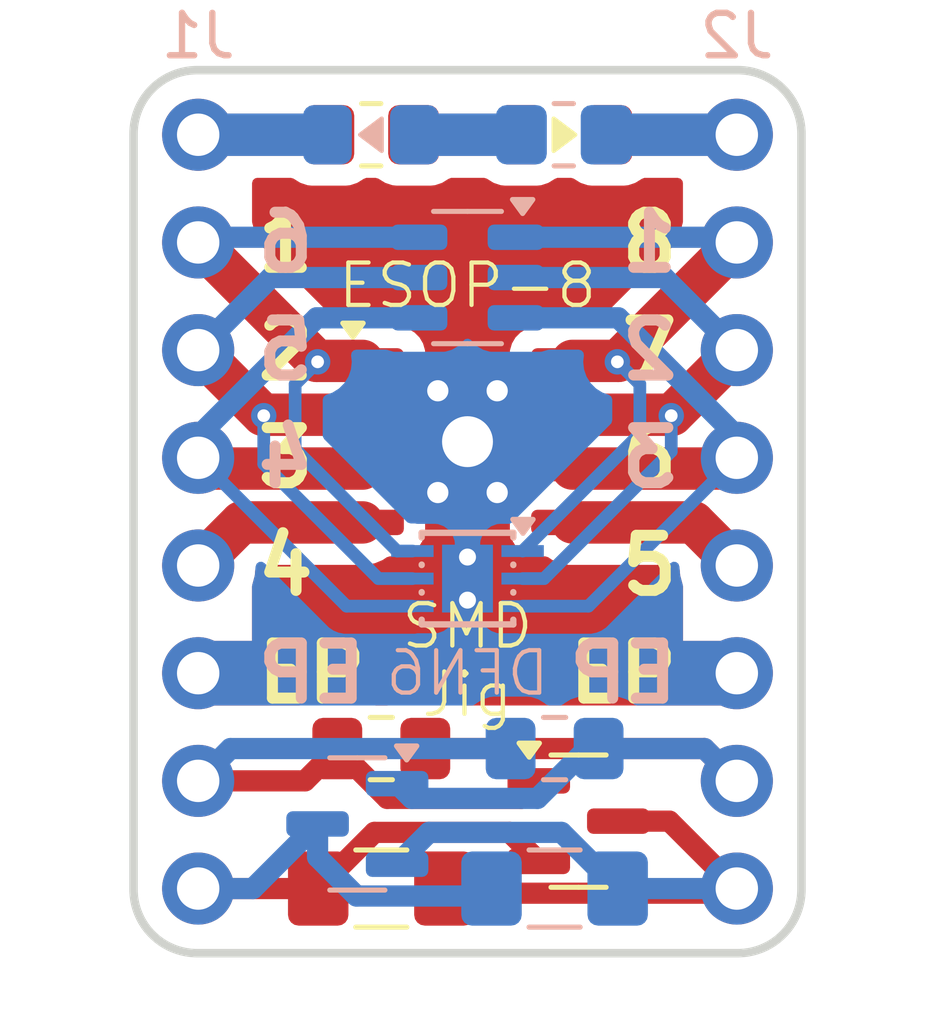
<source format=kicad_pcb>
(kicad_pcb (version 20240108) (generator "pcbnew") (generator_version "8.0")
  (layers (0 "F.Cu" signal) (31 "B.Cu" signal) (34 "B.Paste" user) (35 "F.Paste" user) (36 "B.SilkS" user "B.Silkscreen") (37 "F.SilkS" user "F.Silkscreen") (38 "B.Mask" user) (39 "F.Mask" user) (44 "Edge.Cuts" user))
  (net 0 "")
  (net 1 "Net-(J2-Pin_1)")
  (net 2 "Net-(J1-Pin_1)")
  (net 3 "Net-(LED1-A)")
  (net 4 "1")
  (net 5 "4")
  (net 6 "3")
  (net 7 "2")
  (net 8 "5")
  (net 9 "6")
  (net 10 "Net-(LED2-A)")
  (net 11 "8")
  (net 12 "7")
  (net 13 "L7")
  (net 14 "L8")
  (net 15 "R8")
  (net 16 "R7")
  (net 17 "EP")
  (footprint "Resistor_SMD:R_0805_2012Metric_Pad1.20x1.40mm_HandSolder" (layer "F.Cu") (at 146.32 96.52)
    (property "Reference" "R2" (hide yes))
    (property "Value" "1K")
    (fp_line (start -0.227064 -0.735) (end 0.227064 -0.735) (stroke (width 0.12)) (layer "F.SilkS"))
    (fp_line (start -0.227064 0.735) (end 0.227064 0.735) (stroke (width 0.12)) (layer "F.SilkS"))
    (pad "1" smd roundrect (at -1 0) (size 1.2 1.4) (layers "F.Cu" "F.Paste" "F.Mask") (roundrect_rratio 0.208333) (net 2 "Net-(J1-Pin_1)"))
    (pad "2" smd roundrect (at 1 0) (size 1.2 1.4) (layers "F.Cu" "F.Paste" "F.Mask") (roundrect_rratio 0.208333) (net 3 "Net-(LED1-A)"))
  )
  (footprint "custom:LED_0805_2012Metric_Pad1.15x1.40mm_HandSolder_simple" (layer "F.Cu") (at 150.876 96.52 180)
    (property "Reference" "LED1" (hide yes))
    (property "Value" "LED")
    (fp_poly (pts (xy 0.254 -0.381) (xy 0.254 0.381) (xy -0.254 0)) (stroke (width 0.1)) (fill solid) (layer "F.SilkS"))
    (pad "1" smd roundrect (at -1.025 0 180) (size 1.15 1.4) (layers "F.Cu" "F.Paste" "F.Mask") (roundrect_rratio 0.217391) (net 1 "Net-(J2-Pin_1)"))
    (pad "2" smd roundrect (at 1.025 0 180) (size 1.15 1.4) (layers "F.Cu" "F.Paste" "F.Mask") (roundrect_rratio 0.217391) (net 3 "Net-(LED1-A)"))
  )
  (footprint "Capacitor_SMD:C_0805_2012Metric_Pad1.18x1.45mm_HandSolder" (layer "F.Cu") (at 146.558 110.998 180)
    (property "Reference" "C1" (hide yes))
    (property "Value" "C")
    (fp_line (start -0.261252 0.735) (end 0.261252 0.735) (stroke (width 0.12)) (layer "F.SilkS"))
    (fp_line (start -0.261252 -0.735) (end 0.261252 -0.735) (stroke (width 0.12)) (layer "F.SilkS"))
    (pad "1" smd roundrect (at -1.0375 0 180) (size 1.175 1.45) (layers "F.Cu" "F.Paste" "F.Mask") (roundrect_rratio 0.212766) (net 13 "L7"))
    (pad "2" smd roundrect (at 1.0375 0 180) (size 1.175 1.45) (layers "F.Cu" "F.Paste" "F.Mask") (roundrect_rratio 0.212766) (net 16 "R7"))
  )
  (footprint "Package_TO_SOT_SMD:SOT-23" (layer "F.Cu") (at 151.2085 112.71)
    (property "Reference" "Q1" (hide yes))
    (property "Value" "AO3401A")
    (fp_line (start 0 -1.56) (end -0.65 -1.56) (stroke (width 0.12)) (layer "F.SilkS"))
    (fp_line (start 0 -1.56) (end 0.65 -1.56) (stroke (width 0.12)) (layer "F.SilkS"))
    (fp_line (start 0 1.56) (end -0.65 1.56) (stroke (width 0.12)) (layer "F.SilkS"))
    (fp_line (start 0 1.56) (end 0.65 1.56) (stroke (width 0.12)) (layer "F.SilkS"))
    (fp_poly (pts (xy -1.1625 -1.51) (xy -1.4025 -1.84) (xy -0.9225 -1.84) (xy -1.1625 -1.51)) (stroke (width 0.12)) (fill solid) (layer "F.SilkS"))
    (pad "1" smd roundrect (at -0.9375 -0.95) (size 1.475 0.6) (layers "F.Cu" "F.Paste" "F.Mask") (net 16 "R7"))
    (pad "2" smd roundrect (at -0.9375 0.95) (size 1.475 0.6) (layers "F.Cu" "F.Paste" "F.Mask") (net 15 "R8"))
    (pad "3" smd roundrect (at 0.9375 0) (size 1.475 0.6) (layers "F.Cu" "F.Paste" "F.Mask") (net 14 "L8"))
  )
  (footprint "custom:SOIC-8-1EP_3.9x4.9mm_P1.27mm_EP2.41x3.3mm_ThermalVias_CustomVias_Large" (layer "F.Cu") (at 148.59 103.759)
    (property "Reference" "U1" (hide yes))
    (property "Value" "TP4056")
    (fp_poly (pts (xy -2.7 -2.465) (xy -2.94 -2.795) (xy -2.46 -2.795) (xy -2.7 -2.465)) (stroke (width 0.12)) (fill solid) (layer "F.SilkS"))
    (pad "1" smd roundrect (at -2.475 -1.905) (size 1.95 0.6) (layers "F.Cu" "F.Paste" "F.Mask") (net 4 "1"))
    (pad "2" smd roundrect (at -2.475 -0.635) (size 1.95 0.6) (layers "F.Cu" "F.Paste" "F.Mask") (net 7 "2"))
    (pad "3" smd roundrect (at -2.475 0.635) (size 1.95 0.6) (layers "F.Cu" "F.Paste" "F.Mask") (net 6 "3"))
    (pad "4" smd roundrect (at -2.475 1.905) (size 1.95 0.6) (layers "F.Cu" "F.Paste" "F.Mask") (net 5 "4"))
    (pad "5" smd roundrect (at 2.475 1.905) (size 1.95 0.6) (layers "F.Cu" "F.Paste" "F.Mask") (net 8 "5"))
    (pad "6" smd roundrect (at 2.475 0.635) (size 1.95 0.6) (layers "F.Cu" "F.Paste" "F.Mask") (net 9 "6"))
    (pad "7" smd roundrect (at 2.475 -0.635) (size 1.95 0.6) (layers "F.Cu" "F.Paste" "F.Mask") (net 12 "7"))
    (pad "8" smd roundrect (at 2.475 -1.905) (size 1.95 0.6) (layers "F.Cu" "F.Paste" "F.Mask") (net 11 "8"))
    (pad "9" thru_hole circle (at -0.7 -1.2) (size 0.8 0.8) (drill 0.5) (property pad_prop_heatsink) (layers "*.Cu") (net 17 "EP"))
    (pad "9" thru_hole circle (at -0.7 1.2) (size 0.8 0.8) (drill 0.5) (property pad_prop_heatsink) (layers "*.Cu") (net 17 "EP"))
    (pad "9" thru_hole circle (at 0 0) (size 1.8 1.8) (drill 1.2) (property pad_prop_heatsink) (layers "*.Cu") (net 17 "EP"))
    (pad "9" smd rect (at 0 0) (size 1.9 2.9) (property pad_prop_heatsink) (layers "B.Cu") (net 17 "EP"))
    (pad "9" smd roundrect (at 0 0) (size 2.41 3.3) (property pad_prop_heatsink) (layers "F.Cu" "F.Mask") (roundrect_rratio 0.1037344398) (net 17 "EP"))
    (pad "9" thru_hole circle (at 0.7 -1.2) (size 0.8 0.8) (drill 0.5) (property pad_prop_heatsink) (layers "*.Cu") (net 17 "EP"))
    (pad "9" thru_hole circle (at 0.7 1.2) (size 0.8 0.8) (drill 0.5) (property pad_prop_heatsink) (layers "*.Cu") (net 17 "EP"))
  )
  (footprint "Fuse:Fuse_1206_3216Metric_Pad1.42x1.75mm_HandSolder" (layer "F.Cu") (at 146.558 114.3 180)
    (property "Reference" "F1" (hide yes))
    (property "Value" "Polyfuse")
    (fp_line (start -0.602064 0.91) (end 0.602064 0.91) (stroke (width 0.12)) (layer "F.SilkS"))
    (fp_line (start -0.602064 -0.91) (end 0.602064 -0.91) (stroke (width 0.12)) (layer "F.SilkS"))
    (pad "1" smd roundrect (at -1.4875 0 180) (size 1.425 1.75) (layers "F.Cu" "F.Paste" "F.Mask") (roundrect_rratio 0.175439) (net 14 "L8"))
    (pad "2" smd roundrect (at 1.4875 0 180) (size 1.425 1.75) (layers "F.Cu" "F.Paste" "F.Mask") (roundrect_rratio 0.175439) (net 15 "R8"))
  )
  (footprint "Capacitor_SMD:C_0805_2012Metric_Pad1.18x1.45mm_HandSolder" (layer "B.Cu") (at 150.6435 110.998 180)
    (property "Reference" "C2" (hide yes))
    (property "Value" "C")
    (fp_line (start 0.261252 0.735) (end -0.261252 0.735) (stroke (width 0.12)) (layer "B.SilkS"))
    (fp_line (start 0.261252 -0.735) (end -0.261252 -0.735) (stroke (width 0.12)) (layer "B.SilkS"))
    (pad "1" smd roundrect (at -1.0375 0 180) (size 1.175 1.45) (layers "B.Cu" "B.Paste" "B.Mask") (roundrect_rratio 0.212766) (net 13 "L7"))
    (pad "2" smd roundrect (at 1.0375 0 180) (size 1.175 1.45) (layers "B.Cu" "B.Paste" "B.Mask") (roundrect_rratio 0.212766) (net 16 "R7"))
  )
  (footprint "custom:LED_0805_2012Metric_Pad1.15x1.40mm_HandSolder_simple" (layer "B.Cu") (at 146.313 96.52)
    (property "Reference" "LED2" (hide yes))
    (property "Value" "LED")
    (fp_poly (pts (xy 0.254 0.381) (xy 0.254 -0.381) (xy -0.254 0)) (stroke (width 0.1)) (fill solid) (layer "B.SilkS"))
    (pad "1" smd roundrect (at -1.025 0) (size 1.15 1.4) (layers "B.Cu" "B.Paste" "B.Mask") (roundrect_rratio 0.217391) (net 2 "Net-(J1-Pin_1)"))
    (pad "2" smd roundrect (at 1.025 0) (size 1.15 1.4) (layers "B.Cu" "B.Paste" "B.Mask") (roundrect_rratio 0.217391) (net 10 "Net-(LED2-A)"))
  )
  (footprint "custom:DFN-6_L2.0-W2.0-P0.65-BL-EP_ThermalVias_HandSolder" (layer "B.Cu") (at 148.59 106.989 -90)
    (property "Reference" "U3" (hide yes))
    (property "Value" "XB6366D")
    (fp_line (start -1.08 1.08) (end -1.08 -1.08) (stroke (width 0.15)) (layer "B.SilkS"))
    (fp_line (start -0.97 1.08) (end -1.08 1.08) (stroke (width 0.15)) (layer "B.SilkS"))
    (fp_line (start -0.32 1.08) (end -0.33 1.08) (stroke (width 0.15)) (layer "B.SilkS"))
    (fp_line (start 0.33 1.08) (end 0.32 1.08) (stroke (width 0.15)) (layer "B.SilkS"))
    (fp_line (start 1.08 1.08) (end 0.97 1.08) (stroke (width 0.15)) (layer "B.SilkS"))
    (fp_line (start 1.08 1.08) (end 1.08 -1.08) (stroke (width 0.15)) (layer "B.SilkS"))
    (fp_line (start -0.97 -1.08) (end -1.08 -1.08) (stroke (width 0.15)) (layer "B.SilkS"))
    (fp_line (start -0.32 -1.08) (end -0.33 -1.08) (stroke (width 0.15)) (layer "B.SilkS"))
    (fp_line (start 0.33 -1.08) (end 0.32 -1.08) (stroke (width 0.15)) (layer "B.SilkS"))
    (fp_line (start 1.08 -1.08) (end 0.97 -1.08) (stroke (width 0.15)) (layer "B.SilkS"))
    (fp_poly (pts (xy -1.067 -1.308) (xy -1.397 -1.548) (xy -1.397 -1.068) (xy -1.067 -1.308)) (stroke (width 0.12)) (fill solid) (layer "B.SilkS"))
    (pad "1" smd rect (at -0.65 -1.3 270) (size 0.28 1) (layers "B.Cu" "B.Paste" "B.Mask") (net 11 "8"))
    (pad "2" smd rect (at 0 -1.3 270) (size 0.28 1) (layers "B.Cu" "B.Paste" "B.Mask") (net 12 "7"))
    (pad "3" smd rect (at 0.65 -1.3 270) (size 0.28 1) (layers "B.Cu" "B.Paste" "B.Mask") (net 9 "6"))
    (pad "4" smd rect (at 0.65 1.3 270) (size 0.28 1) (layers "B.Cu" "B.Paste" "B.Mask") (net 6 "3"))
    (pad "5" smd rect (at 0 1.3 270) (size 0.28 1) (layers "B.Cu" "B.Paste" "B.Mask") (net 7 "2"))
    (pad "6" smd rect (at -0.65 1.3 270) (size 0.28 1) (layers "B.Cu" "B.Paste" "B.Mask") (net 4 "1"))
    (pad "7" thru_hole circle (at -0.508 0 270) (size 0.6 0.6) (drill 0.4) (layers "*.Cu") (net 17 "EP") (clearance 0.5))
    (pad "7" smd rect (at 0 0 270) (size 1.6 1.2) (layers "B.Cu" "B.Paste" "B.Mask") (net 17 "EP"))
    (pad "7" thru_hole circle (at 0.508 0 270) (size 0.6 0.6) (drill 0.4) (layers "*.Cu") (net 17 "EP") (clearance 0.5))
  )
  (footprint "Resistor_SMD:R_0805_2012Metric_Pad1.20x1.40mm_HandSolder" (layer "B.Cu") (at 150.86 96.52 180)
    (property "Reference" "R1" (hide yes))
    (property "Value" "1K")
    (fp_line (start 0.227064 0.735) (end -0.227064 0.735) (stroke (width 0.12)) (layer "B.SilkS"))
    (fp_line (start 0.227064 -0.735) (end -0.227064 -0.735) (stroke (width 0.12)) (layer "B.SilkS"))
    (pad "1" smd roundrect (at -1 0 180) (size 1.2 1.4) (layers "B.Cu" "B.Paste" "B.Mask") (roundrect_rratio 0.208333) (net 1 "Net-(J2-Pin_1)"))
    (pad "2" smd roundrect (at 1 0 180) (size 1.2 1.4) (layers "B.Cu" "B.Paste" "B.Mask") (roundrect_rratio 0.208333) (net 10 "Net-(LED2-A)"))
  )
  (footprint "custom:PinHeader_1x08_P2.54mm_Vertical_simple" (layer "B.Cu") (at 154.94 96.52 180)
    (property "Reference" "J2" (at 0 2.33 180) (layer "B.SilkS") (effects (justify mirror)))
    (property "Value" "Conn_01x08")
    (pad "1" thru_hole oval (at 0 0 180) (size 1.7 1.7) (drill 1) (layers "*.Cu" "*.Mask") (net 1 "Net-(J2-Pin_1)"))
    (pad "2" thru_hole oval (at 0 -2.54 180) (size 1.7 1.7) (drill 1) (layers "*.Cu" "*.Mask") (net 11 "8"))
    (pad "3" thru_hole oval (at 0 -5.08 180) (size 1.7 1.7) (drill 1) (layers "*.Cu" "*.Mask") (net 12 "7"))
    (pad "4" thru_hole oval (at 0 -7.62 180) (size 1.7 1.7) (drill 1) (layers "*.Cu" "*.Mask") (net 9 "6"))
    (pad "5" thru_hole oval (at 0 -10.16 180) (size 1.7 1.7) (drill 1) (layers "*.Cu" "*.Mask") (net 8 "5"))
    (pad "6" thru_hole oval (at 0 -12.7 180) (size 1.7 1.7) (drill 1) (layers "*.Cu" "*.Mask") (net 17 "EP"))
    (pad "7" thru_hole oval (at 0 -15.24 180) (size 1.7 1.7) (drill 1) (layers "*.Cu" "*.Mask") (net 13 "L7"))
    (pad "8" thru_hole oval (at 0 -17.78 180) (size 1.7 1.7) (drill 1) (layers "*.Cu" "*.Mask") (net 14 "L8"))
  )
  (footprint "Package_TO_SOT_SMD:SOT-23" (layer "B.Cu") (at 145.993 112.776 180)
    (property "Reference" "Q2" (hide yes))
    (property "Value" "AO3401A")
    (fp_line (start 0.65 1.56) (end 0 1.56) (stroke (width 0.12)) (layer "B.SilkS"))
    (fp_line (start 0.65 -1.56) (end 0 -1.56) (stroke (width 0.12)) (layer "B.SilkS"))
    (fp_line (start -0.65 1.56) (end 0 1.56) (stroke (width 0.12)) (layer "B.SilkS"))
    (fp_line (start -0.65 -1.56) (end 0 -1.56) (stroke (width 0.12)) (layer "B.SilkS"))
    (fp_poly (pts (xy -1.1625 1.51) (xy -1.4025 1.84) (xy -0.9225 1.84) (xy -1.1625 1.51)) (stroke (width 0.12)) (fill solid) (layer "B.SilkS"))
    (pad "1" smd roundrect (at -0.9375 0.95 180) (size 1.475 0.6) (layers "B.Cu" "B.Paste" "B.Mask") (net 13 "L7"))
    (pad "2" smd roundrect (at -0.9375 -0.95 180) (size 1.475 0.6) (layers "B.Cu" "B.Paste" "B.Mask") (net 14 "L8"))
    (pad "3" smd roundrect (at 0.9375 0 180) (size 1.475 0.6) (layers "B.Cu" "B.Paste" "B.Mask") (net 15 "R8"))
  )
  (footprint "custom:PinHeader_1x08_P2.54mm_Vertical_simple" (layer "B.Cu") (at 142.24 96.52 180)
    (property "Reference" "J1" (at 0 2.33 180) (layer "B.SilkS") (effects (justify mirror)))
    (property "Value" "Conn_01x08")
    (pad "1" thru_hole oval (at 0 0 180) (size 1.7 1.7) (drill 1) (layers "*.Cu" "*.Mask") (net 2 "Net-(J1-Pin_1)"))
    (pad "2" thru_hole oval (at 0 -2.54 180) (size 1.7 1.7) (drill 1) (layers "*.Cu" "*.Mask") (net 4 "1"))
    (pad "3" thru_hole oval (at 0 -5.08 180) (size 1.7 1.7) (drill 1) (layers "*.Cu" "*.Mask") (net 7 "2"))
    (pad "4" thru_hole oval (at 0 -7.62 180) (size 1.7 1.7) (drill 1) (layers "*.Cu" "*.Mask") (net 6 "3"))
    (pad "5" thru_hole oval (at 0 -10.16 180) (size 1.7 1.7) (drill 1) (layers "*.Cu" "*.Mask") (net 5 "4"))
    (pad "6" thru_hole oval (at 0 -12.7 180) (size 1.7 1.7) (drill 1) (layers "*.Cu" "*.Mask") (net 17 "EP"))
    (pad "7" thru_hole oval (at 0 -15.24 180) (size 1.7 1.7) (drill 1) (layers "*.Cu" "*.Mask") (net 16 "R7"))
    (pad "8" thru_hole oval (at 0 -17.78 180) (size 1.7 1.7) (drill 1) (layers "*.Cu" "*.Mask") (net 15 "R8"))
  )
  (footprint "Fuse:Fuse_1206_3216Metric_Pad1.42x1.75mm_HandSolder" (layer "B.Cu") (at 150.6435 114.3 180)
    (property "Reference" "F2" (hide yes))
    (property "Value" "Polyfuse")
    (fp_line (start 0.602064 0.91) (end -0.602064 0.91) (stroke (width 0.12)) (layer "B.SilkS"))
    (fp_line (start 0.602064 -0.91) (end -0.602064 -0.91) (stroke (width 0.12)) (layer "B.SilkS"))
    (pad "1" smd roundrect (at -1.4875 0 180) (size 1.425 1.75) (layers "B.Cu" "B.Paste" "B.Mask") (roundrect_rratio 0.175439) (net 14 "L8"))
    (pad "2" smd roundrect (at 1.4875 0 180) (size 1.425 1.75) (layers "B.Cu" "B.Paste" "B.Mask") (roundrect_rratio 0.175439) (net 15 "R8"))
  )
  (footprint "Package_TO_SOT_SMD:SOT-23-6" (layer "B.Cu") (at 148.59 99.888 180)
    (property "Reference" "U2" (hide yes))
    (property "Value" "1EDN7550B")
    (fp_line (start 0.8 1.56) (end 0 1.56) (stroke (width 0.12)) (layer "B.SilkS"))
    (fp_line (start 0.8 -1.56) (end 0 -1.56) (stroke (width 0.12)) (layer "B.SilkS"))
    (fp_line (start -0.8 1.56) (end 0 1.56) (stroke (width 0.12)) (layer "B.SilkS"))
    (fp_line (start -0.8 -1.56) (end 0 -1.56) (stroke (width 0.12)) (layer "B.SilkS"))
    (fp_poly (pts (xy -1.3 1.51) (xy -1.54 1.84) (xy -1.06 1.84) (xy -1.3 1.51)) (stroke (width 0.12)) (fill solid) (layer "B.SilkS"))
    (pad "1" smd roundrect (at -1.1375 0.95 180) (size 1.325 0.6) (layers "B.Cu" "B.Paste" "B.Mask") (net 11 "8"))
    (pad "2" smd roundrect (at -1.1375 0 180) (size 1.325 0.6) (layers "B.Cu" "B.Paste" "B.Mask") (net 12 "7"))
    (pad "3" smd roundrect (at -1.1375 -0.95 180) (size 1.325 0.6) (layers "B.Cu" "B.Paste" "B.Mask") (net 9 "6"))
    (pad "4" smd roundrect (at 1.1375 -0.95 180) (size 1.325 0.6) (layers "B.Cu" "B.Paste" "B.Mask") (net 6 "3"))
    (pad "5" smd roundrect (at 1.1375 0 180) (size 1.325 0.6) (layers "B.Cu" "B.Paste" "B.Mask") (net 7 "2"))
    (pad "6" smd roundrect (at 1.1375 0.95 180) (size 1.325 0.6) (layers "B.Cu" "B.Paste" "B.Mask") (net 4 "1"))
  )
  (gr_poly (pts (arc (start 154.964 115.824) (mid 156.02466 115.38466) (end 156.464 114.324)) (arc (start 156.464 96.496) (mid 156.02466 95.43534) (end 154.964 94.996)) (arc (start 142.216 94.996) (mid 141.15534 95.43534) (end 140.716 96.496)) (arc (start 140.716 114.324) (mid 141.15534 115.38466) (end 142.216 115.824))) (stroke (width 0.2)) (fill none) (layer "Edge.Cuts"))
  (gr_text "6" (at 143.51 99.06 0) (layer "B.SilkS") (effects (font (size 1.3 1.3) (thickness 0.26) (bold yes)) (justify right mirror)))
  (gr_text "4" (at 143.51 104.14 0) (layer "B.SilkS") (effects (font (size 1.3 1.3) (thickness 0.26) (bold yes)) (justify right mirror)))
  (gr_text "EP" (at 153.67 109.22 -0) (layer "B.SilkS") (effects (font (size 1.3 1.3) (thickness 0.26) (bold yes)) (justify left mirror)))
  (gr_text "1" (at 153.67 99.06 -0) (layer "B.SilkS") (effects (font (size 1.3 1.3) (thickness 0.26) (bold yes)) (justify left mirror)))
  (gr_text "5" (at 143.51 101.6 0) (layer "B.SilkS") (effects (font (size 1.3 1.3) (thickness 0.26) (bold yes)) (justify right mirror)))
  (gr_text "2" (at 153.67 101.6 -0) (layer "B.SilkS") (effects (font (size 1.3 1.3) (thickness 0.26) (bold yes)) (justify left mirror)))
  (gr_text "DFN6" (at 148.59 109.22 0) (layer "B.SilkS") (effects (font (size 1 1) (thickness 0.1)) (justify mirror)))
  (gr_text "3" (at 153.67 104.14 -0) (layer "B.SilkS") (effects (font (size 1.3 1.3) (thickness 0.26) (bold yes)) (justify left mirror)))
  (gr_text "EP" (at 143.51 109.22 -0) (layer "B.SilkS") (effects (font (size 1.3 1.3) (thickness 0.26) (bold yes)) (justify right mirror)))
  (gr_text "6" (at 153.67 104.14 0) (layer "F.SilkS") (effects (font (size 1.3 1.3) (thickness 0.26) (bold yes)) (justify right)))
  (gr_text "ESOP-8" (at 148.59 100.076 0) (layer "F.SilkS") (effects (font (size 1 1) (thickness 0.1))))
  (gr_text "5" (at 153.67 106.68 0) (layer "F.SilkS") (effects (font (size 1.3 1.3) (thickness 0.26) (bold yes)) (justify right)))
  (gr_text "SMD\nJig" (at 148.59 108.9152 0) (layer "F.SilkS") (effects (font (size 1 1) (thickness 0.1))))
  (gr_text "EP" (at 153.67 109.22 0) (layer "F.SilkS") (effects (font (size 1.3 1.3) (thickness 0.26) (bold yes)) (justify right)))
  (gr_text "8" (at 153.67 99.06 0) (layer "F.SilkS") (effects (font (size 1.3 1.3) (thickness 0.26) (bold yes)) (justify right)))
  (gr_text "EP" (at 143.51 109.22 0) (layer "F.SilkS") (effects (font (size 1.3 1.3) (thickness 0.26) (bold yes)) (justify left)))
  (gr_text "7" (at 153.67 101.6 0) (layer "F.SilkS") (effects (font (size 1.3 1.3) (thickness 0.26) (bold yes)) (justify right)))
  (gr_text "4" (at 143.51 106.68 0) (layer "F.SilkS") (effects (font (size 1.3 1.3) (thickness 0.26) (bold yes)) (justify left)))
  (gr_text "1" (at 143.51 99.06 0) (layer "F.SilkS") (effects (font (size 1.3 1.3) (thickness 0.26) (bold yes)) (justify left)))
  (gr_text "3" (at 143.51 104.14 0) (layer "F.SilkS") (effects (font (size 1.3 1.3) (thickness 0.26) (bold yes)) (justify left)))
  (gr_text "2" (at 143.51 101.6 0) (layer "F.SilkS") (effects (font (size 1.3 1.3) (thickness 0.26) (bold yes)) (justify left)))
  (segment (start 151.901 96.52) (end 154.94 96.52) (width 1) (layer "F.Cu") (net 1))
  (segment (start 154.94 96.52) (end 151.86 96.52) (width 1) (layer "B.Cu") (net 1))
  (segment (start 142.24 96.52) (end 145.32 96.52) (width 1) (layer "F.Cu") (net 2))
  (segment (start 142.24 96.52) (end 145.288 96.52) (width 1) (layer "B.Cu") (net 2))
  (segment (start 147.32 96.52) (end 149.851 96.52) (width 1) (layer "F.Cu") (net 3))
  (segment (start 146.115 101.854) (end 145.034 101.854) (width 1) (layer "F.Cu") (net 4))
  (segment (start 145.034 101.854) (end 142.24 99.06) (width 1) (layer "F.Cu") (net 4))
  (via (at 145.056331 101.876331) (size 0.6) (drill 0.3) (layers "F.Cu" "B.Cu") (net 4))
  (segment (start 144.526 103.935) (end 144.526 102.406662) (width 0.3) (layer "B.Cu") (net 4))
  (segment (start 142.362 98.938) (end 142.24 99.06) (width 0.5) (layer "B.Cu") (net 4))
  (segment (start 147.4525 98.938) (end 142.362 98.938) (width 0.5) (layer "B.Cu") (net 4))
  (segment (start 144.526 102.406662) (end 145.056331 101.876331) (width 0.3) (layer "B.Cu") (net 4))
  (segment (start 146.93 106.339) (end 144.526 103.935) (width 0.3) (layer "B.Cu") (net 4))
  (segment (start 147.29 106.339) (end 146.93 106.339) (width 0.3) (layer "B.Cu") (net 4))
  (segment (start 146.115 105.664) (end 143.256 105.664) (width 1) (layer "F.Cu") (net 5))
  (segment (start 143.256 105.664) (end 142.24 106.68) (width 1) (layer "F.Cu") (net 5))
  (segment (start 146.115 104.394) (end 142.494 104.394) (width 1) (layer "F.Cu") (net 6))
  (segment (start 142.494 104.394) (end 142.24 104.14) (width 1) (layer "F.Cu") (net 6))
  (segment (start 145.739 107.639) (end 142.24 104.14) (width 0.3) (layer "B.Cu") (net 6))
  (segment (start 147.29 107.639) (end 145.739 107.639) (width 0.3) (layer "B.Cu") (net 6))
  (segment (start 142.24 103.632) (end 142.24 104.14) (width 0.5) (layer "B.Cu") (net 6))
  (segment (start 147.4525 100.838) (end 145.034 100.838) (width 0.5) (layer "B.Cu") (net 6))
  (segment (start 145.034 100.838) (end 142.24 103.632) (width 0.5) (layer "B.Cu") (net 6))
  (segment (start 143.764 103.124) (end 142.24 101.6) (width 1) (layer "F.Cu") (net 7))
  (segment (start 146.115 103.124) (end 143.764 103.124) (width 1) (layer "F.Cu") (net 7))
  (via (at 143.786331 103.146331) (size 0.6) (drill 0.3) (layers "F.Cu" "B.Cu") (net 7))
  (segment (start 147.4525 99.888) (end 143.952 99.888) (width 0.5) (layer "B.Cu") (net 7))
  (segment (start 147.29 106.989) (end 146.49 106.989) (width 0.3) (layer "B.Cu") (net 7))
  (segment (start 146.49 106.989) (end 143.786331 104.285331) (width 0.3) (layer "B.Cu") (net 7))
  (segment (start 143.786331 104.285331) (end 143.786331 103.146331) (width 0.3) (layer "B.Cu") (net 7))
  (segment (start 143.952 99.888) (end 142.24 101.6) (width 0.5) (layer "B.Cu") (net 7))
  (segment (start 153.924 105.664) (end 154.94 106.68) (width 1) (layer "F.Cu") (net 8))
  (segment (start 151.065 105.664) (end 153.924 105.664) (width 1) (layer "F.Cu") (net 8))
  (segment (start 154.686 104.394) (end 154.94 104.14) (width 1) (layer "F.Cu") (net 9))
  (segment (start 151.065 104.394) (end 154.686 104.394) (width 1) (layer "F.Cu") (net 9))
  (segment (start 152.146 100.838) (end 154.94 103.632) (width 0.5) (layer "B.Cu") (net 9))
  (segment (start 154.94 103.632) (end 154.94 104.14) (width 0.5) (layer "B.Cu") (net 9))
  (segment (start 151.441 107.639) (end 154.94 104.14) (width 0.3) (layer "B.Cu") (net 9))
  (segment (start 149.89 107.639) (end 151.441 107.639) (width 0.3) (layer "B.Cu") (net 9))
  (segment (start 149.7275 100.838) (end 152.146 100.838) (width 0.5) (layer "B.Cu") (net 9))
  (segment (start 149.86 96.52) (end 147.338 96.52) (width 1) (layer "B.Cu") (net 10))
  (segment (start 151.065 101.854) (end 152.146 101.854) (width 1) (layer "F.Cu") (net 11))
  (segment (start 152.146 101.854) (end 154.94 99.06) (width 1) (layer "F.Cu") (net 11))
  (via (at 152.123669 101.876331) (size 0.6) (drill 0.3) (layers "F.Cu" "B.Cu") (net 11))
  (segment (start 149.7275 98.938) (end 154.818 98.938) (width 0.5) (layer "B.Cu") (net 11))
  (segment (start 154.818 98.938) (end 154.94 99.06) (width 0.5) (layer "B.Cu") (net 11))
  (segment (start 152.654 102.406662) (end 152.123669 101.876331) (width 0.3) (layer "B.Cu") (net 11))
  (segment (start 152.654 103.575) (end 152.654 102.406662) (width 0.3) (layer "B.Cu") (net 11))
  (segment (start 149.89 106.339) (end 152.654 103.575) (width 0.3) (layer "B.Cu") (net 11))
  (segment (start 151.065 103.124) (end 153.416 103.124) (width 1) (layer "F.Cu") (net 12))
  (segment (start 153.416 103.124) (end 154.94 101.6) (width 1) (layer "F.Cu") (net 12))
  (via (at 153.393669 103.146331) (size 0.6) (drill 0.3) (layers "F.Cu" "B.Cu") (net 12))
  (segment (start 153.393669 103.989274) (end 153.393669 103.146331) (width 0.3) (layer "B.Cu") (net 12))
  (segment (start 149.7275 99.888) (end 153.228 99.888) (width 0.5) (layer "B.Cu") (net 12))
  (segment (start 150.393943 106.989) (end 153.393669 103.989274) (width 0.3) (layer "B.Cu") (net 12))
  (segment (start 153.228 99.888) (end 154.94 101.6) (width 0.5) (layer "B.Cu") (net 12))
  (segment (start 149.89 106.989) (end 150.393943 106.989) (width 0.3) (layer "B.Cu") (net 12))
  (segment (start 147.5955 110.998) (end 154.178 110.998) (width 0.5) (layer "F.Cu") (net 13))
  (segment (start 154.178 110.998) (end 154.94 111.76) (width 0.5) (layer "F.Cu") (net 13))
  (segment (start 147.2775 112.173) (end 146.9305 111.826) (width 0.5) (layer "B.Cu") (net 13))
  (segment (start 151.681 110.998) (end 151.415378 110.998) (width 0.5) (layer "B.Cu") (net 13))
  (segment (start 154.178 110.998) (end 154.94 111.76) (width 0.5) (layer "B.Cu") (net 13))
  (segment (start 150.240378 112.173) (end 147.2775 112.173) (width 0.5) (layer "B.Cu") (net 13))
  (segment (start 151.415378 110.998) (end 150.240378 112.173) (width 0.5) (layer "B.Cu") (net 13))
  (segment (start 151.681 110.998) (end 154.178 110.998) (width 0.5) (layer "B.Cu") (net 13))
  (segment (start 148.1555 114.41) (end 154.83 114.41) (width 0.5) (layer "F.Cu") (net 14))
  (segment (start 148.0455 114.3) (end 148.1555 114.41) (width 0.5) (layer "F.Cu") (net 14))
  (segment (start 154.83 114.41) (end 154.94 114.3) (width 0.5) (layer "F.Cu") (net 14))
  (segment (start 153.35 112.71) (end 154.94 114.3) (width 0.5) (layer "F.Cu") (net 14))
  (segment (start 152.146 112.71) (end 153.35 112.71) (width 0.5) (layer "F.Cu") (net 14))
  (segment (start 150.806 112.975) (end 152.131 114.3) (width 0.5) (layer "B.Cu") (net 14))
  (segment (start 154.94 114.3) (end 152.131 114.3) (width 0.5) (layer "B.Cu") (net 14))
  (segment (start 147.6815 112.975) (end 150.806 112.975) (width 0.5) (layer "B.Cu") (net 14))
  (segment (start 146.9305 113.726) (end 147.6815 112.975) (width 0.5) (layer "B.Cu") (net 14))
  (segment (start 142.24 114.3) (end 145.0705 114.3) (width 0.5) (layer "F.Cu") (net 15))
  (segment (start 149.586 112.975) (end 150.271 113.66) (width 0.5) (layer "F.Cu") (net 15))
  (segment (start 146.3955 112.975) (end 149.586 112.975) (width 0.5) (layer "F.Cu") (net 15))
  (segment (start 145.0705 114.3) (end 146.3955 112.975) (width 0.5) (layer "F.Cu") (net 15))
  (segment (start 143.5315 114.3) (end 145.0555 112.776) (width 0.5) (layer "B.Cu") (net 15))
  (segment (start 149.156 114.3) (end 148.98 114.476) (width 0.5) (layer "B.Cu") (net 15))
  (segment (start 142.24 114.3) (end 143.5315 114.3) (width 0.5) (layer "B.Cu") (net 15))
  (segment (start 145.972 114.476) (end 145.0555 113.5595) (width 0.5) (layer "B.Cu") (net 15))
  (segment (start 148.98 114.476) (end 145.972 114.476) (width 0.5) (layer "B.Cu") (net 15))
  (segment (start 145.0555 113.5595) (end 145.0555 112.776) (width 0.5) (layer "B.Cu") (net 15))
  (segment (start 149.858 112.173) (end 150.271 111.76) (width 0.5) (layer "F.Cu") (net 16))
  (segment (start 146.6955 112.173) (end 149.858 112.173) (width 0.5) (layer "F.Cu") (net 16))
  (segment (start 144.7585 111.76) (end 145.5205 110.998) (width 0.5) (layer "F.Cu") (net 16))
  (segment (start 142.24 111.76) (end 144.7585 111.76) (width 0.5) (layer "F.Cu") (net 16))
  (segment (start 145.5205 110.998) (end 146.6955 112.173) (width 0.5) (layer "F.Cu") (net 16))
  (segment (start 143.002 110.998) (end 142.24 111.76) (width 0.5) (layer "B.Cu") (net 16))
  (segment (start 149.606 110.998) (end 143.002 110.998) (width 0.5) (layer "B.Cu") (net 16))
  (zone (net 17) (net_name "EP") (layers "F&B.Cu") (connect_pads yes (clearance 0.5)) (min_thickness 0.25) (fill yes (thermal_gap 0.5) (thermal_bridge_width 0.5))
    (polygon (pts (xy 141.986 109.982) (xy 155.194 109.982) (xy 155.194 108.458) (xy 153.67 108.458) (xy 153.67 97.536) (xy 143.51 97.536) (xy 143.51 108.458) (xy 141.986 108.458)))
  )
)
</source>
